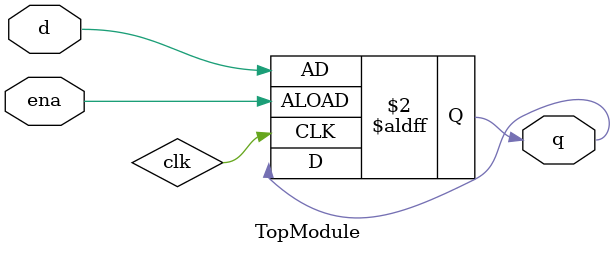
<source format=sv>


module TopModule (
  input d,
  input ena,
  output logic q
);

always_ff @(posedge clk or posedge ena) begin
    if (ena)
        q <= d;
end

endmodule

</source>
